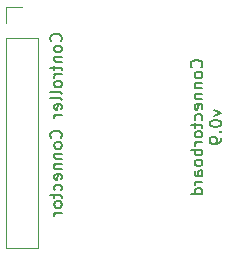
<source format=gbr>
%TF.GenerationSoftware,KiCad,Pcbnew,6.0.10-86aedd382b~118~ubuntu22.04.1*%
%TF.CreationDate,2023-02-07T19:31:44+01:00*%
%TF.ProjectId,connectorBoard,636f6e6e-6563-4746-9f72-426f6172642e,rev?*%
%TF.SameCoordinates,Original*%
%TF.FileFunction,Legend,Bot*%
%TF.FilePolarity,Positive*%
%FSLAX46Y46*%
G04 Gerber Fmt 4.6, Leading zero omitted, Abs format (unit mm)*
G04 Created by KiCad (PCBNEW 6.0.10-86aedd382b~118~ubuntu22.04.1) date 2023-02-07 19:31:44*
%MOMM*%
%LPD*%
G01*
G04 APERTURE LIST*
%ADD10C,0.150000*%
%ADD11C,0.120000*%
%ADD12C,2.200000*%
%ADD13R,1.700000X1.700000*%
%ADD14O,1.700000X1.700000*%
G04 APERTURE END LIST*
D10*
X198688142Y-89924571D02*
X198735761Y-89876952D01*
X198783380Y-89734095D01*
X198783380Y-89638857D01*
X198735761Y-89496000D01*
X198640523Y-89400761D01*
X198545285Y-89353142D01*
X198354809Y-89305523D01*
X198211952Y-89305523D01*
X198021476Y-89353142D01*
X197926238Y-89400761D01*
X197831000Y-89496000D01*
X197783380Y-89638857D01*
X197783380Y-89734095D01*
X197831000Y-89876952D01*
X197878619Y-89924571D01*
X198783380Y-90496000D02*
X198735761Y-90400761D01*
X198688142Y-90353142D01*
X198592904Y-90305523D01*
X198307190Y-90305523D01*
X198211952Y-90353142D01*
X198164333Y-90400761D01*
X198116714Y-90496000D01*
X198116714Y-90638857D01*
X198164333Y-90734095D01*
X198211952Y-90781714D01*
X198307190Y-90829333D01*
X198592904Y-90829333D01*
X198688142Y-90781714D01*
X198735761Y-90734095D01*
X198783380Y-90638857D01*
X198783380Y-90496000D01*
X198116714Y-91257904D02*
X198783380Y-91257904D01*
X198211952Y-91257904D02*
X198164333Y-91305523D01*
X198116714Y-91400761D01*
X198116714Y-91543619D01*
X198164333Y-91638857D01*
X198259571Y-91686476D01*
X198783380Y-91686476D01*
X198116714Y-92162666D02*
X198783380Y-92162666D01*
X198211952Y-92162666D02*
X198164333Y-92210285D01*
X198116714Y-92305523D01*
X198116714Y-92448380D01*
X198164333Y-92543619D01*
X198259571Y-92591238D01*
X198783380Y-92591238D01*
X198735761Y-93448380D02*
X198783380Y-93353142D01*
X198783380Y-93162666D01*
X198735761Y-93067428D01*
X198640523Y-93019809D01*
X198259571Y-93019809D01*
X198164333Y-93067428D01*
X198116714Y-93162666D01*
X198116714Y-93353142D01*
X198164333Y-93448380D01*
X198259571Y-93496000D01*
X198354809Y-93496000D01*
X198450047Y-93019809D01*
X198735761Y-94353142D02*
X198783380Y-94257904D01*
X198783380Y-94067428D01*
X198735761Y-93972190D01*
X198688142Y-93924571D01*
X198592904Y-93876952D01*
X198307190Y-93876952D01*
X198211952Y-93924571D01*
X198164333Y-93972190D01*
X198116714Y-94067428D01*
X198116714Y-94257904D01*
X198164333Y-94353142D01*
X198116714Y-94638857D02*
X198116714Y-95019809D01*
X197783380Y-94781714D02*
X198640523Y-94781714D01*
X198735761Y-94829333D01*
X198783380Y-94924571D01*
X198783380Y-95019809D01*
X198783380Y-95496000D02*
X198735761Y-95400761D01*
X198688142Y-95353142D01*
X198592904Y-95305523D01*
X198307190Y-95305523D01*
X198211952Y-95353142D01*
X198164333Y-95400761D01*
X198116714Y-95496000D01*
X198116714Y-95638857D01*
X198164333Y-95734095D01*
X198211952Y-95781714D01*
X198307190Y-95829333D01*
X198592904Y-95829333D01*
X198688142Y-95781714D01*
X198735761Y-95734095D01*
X198783380Y-95638857D01*
X198783380Y-95496000D01*
X198783380Y-96257904D02*
X198116714Y-96257904D01*
X198307190Y-96257904D02*
X198211952Y-96305523D01*
X198164333Y-96353142D01*
X198116714Y-96448380D01*
X198116714Y-96543619D01*
X198783380Y-96876952D02*
X197783380Y-96876952D01*
X198164333Y-96876952D02*
X198116714Y-96972190D01*
X198116714Y-97162666D01*
X198164333Y-97257904D01*
X198211952Y-97305523D01*
X198307190Y-97353142D01*
X198592904Y-97353142D01*
X198688142Y-97305523D01*
X198735761Y-97257904D01*
X198783380Y-97162666D01*
X198783380Y-96972190D01*
X198735761Y-96876952D01*
X198783380Y-97924571D02*
X198735761Y-97829333D01*
X198688142Y-97781714D01*
X198592904Y-97734095D01*
X198307190Y-97734095D01*
X198211952Y-97781714D01*
X198164333Y-97829333D01*
X198116714Y-97924571D01*
X198116714Y-98067428D01*
X198164333Y-98162666D01*
X198211952Y-98210285D01*
X198307190Y-98257904D01*
X198592904Y-98257904D01*
X198688142Y-98210285D01*
X198735761Y-98162666D01*
X198783380Y-98067428D01*
X198783380Y-97924571D01*
X198783380Y-99115047D02*
X198259571Y-99115047D01*
X198164333Y-99067428D01*
X198116714Y-98972190D01*
X198116714Y-98781714D01*
X198164333Y-98686476D01*
X198735761Y-99115047D02*
X198783380Y-99019809D01*
X198783380Y-98781714D01*
X198735761Y-98686476D01*
X198640523Y-98638857D01*
X198545285Y-98638857D01*
X198450047Y-98686476D01*
X198402428Y-98781714D01*
X198402428Y-99019809D01*
X198354809Y-99115047D01*
X198783380Y-99591238D02*
X198116714Y-99591238D01*
X198307190Y-99591238D02*
X198211952Y-99638857D01*
X198164333Y-99686476D01*
X198116714Y-99781714D01*
X198116714Y-99876952D01*
X198783380Y-100638857D02*
X197783380Y-100638857D01*
X198735761Y-100638857D02*
X198783380Y-100543619D01*
X198783380Y-100353142D01*
X198735761Y-100257904D01*
X198688142Y-100210285D01*
X198592904Y-100162666D01*
X198307190Y-100162666D01*
X198211952Y-100210285D01*
X198164333Y-100257904D01*
X198116714Y-100353142D01*
X198116714Y-100543619D01*
X198164333Y-100638857D01*
X199726714Y-93567428D02*
X200393380Y-93805523D01*
X199726714Y-94043619D01*
X199393380Y-94615047D02*
X199393380Y-94710285D01*
X199441000Y-94805523D01*
X199488619Y-94853142D01*
X199583857Y-94900761D01*
X199774333Y-94948380D01*
X200012428Y-94948380D01*
X200202904Y-94900761D01*
X200298142Y-94853142D01*
X200345761Y-94805523D01*
X200393380Y-94710285D01*
X200393380Y-94615047D01*
X200345761Y-94519809D01*
X200298142Y-94472190D01*
X200202904Y-94424571D01*
X200012428Y-94376952D01*
X199774333Y-94376952D01*
X199583857Y-94424571D01*
X199488619Y-94472190D01*
X199441000Y-94519809D01*
X199393380Y-94615047D01*
X200298142Y-95376952D02*
X200345761Y-95424571D01*
X200393380Y-95376952D01*
X200345761Y-95329333D01*
X200298142Y-95376952D01*
X200393380Y-95376952D01*
X200393380Y-95900761D02*
X200393380Y-96091238D01*
X200345761Y-96186476D01*
X200298142Y-96234095D01*
X200155285Y-96329333D01*
X199964809Y-96376952D01*
X199583857Y-96376952D01*
X199488619Y-96329333D01*
X199441000Y-96281714D01*
X199393380Y-96186476D01*
X199393380Y-95996000D01*
X199441000Y-95900761D01*
X199488619Y-95853142D01*
X199583857Y-95805523D01*
X199821952Y-95805523D01*
X199917190Y-95853142D01*
X199964809Y-95900761D01*
X200012428Y-95996000D01*
X200012428Y-96186476D01*
X199964809Y-96281714D01*
X199917190Y-96329333D01*
X199821952Y-96376952D01*
X186793142Y-87694380D02*
X186840761Y-87646761D01*
X186888380Y-87503904D01*
X186888380Y-87408666D01*
X186840761Y-87265809D01*
X186745523Y-87170571D01*
X186650285Y-87122952D01*
X186459809Y-87075333D01*
X186316952Y-87075333D01*
X186126476Y-87122952D01*
X186031238Y-87170571D01*
X185936000Y-87265809D01*
X185888380Y-87408666D01*
X185888380Y-87503904D01*
X185936000Y-87646761D01*
X185983619Y-87694380D01*
X186888380Y-88265809D02*
X186840761Y-88170571D01*
X186793142Y-88122952D01*
X186697904Y-88075333D01*
X186412190Y-88075333D01*
X186316952Y-88122952D01*
X186269333Y-88170571D01*
X186221714Y-88265809D01*
X186221714Y-88408666D01*
X186269333Y-88503904D01*
X186316952Y-88551523D01*
X186412190Y-88599142D01*
X186697904Y-88599142D01*
X186793142Y-88551523D01*
X186840761Y-88503904D01*
X186888380Y-88408666D01*
X186888380Y-88265809D01*
X186221714Y-89027714D02*
X186888380Y-89027714D01*
X186316952Y-89027714D02*
X186269333Y-89075333D01*
X186221714Y-89170571D01*
X186221714Y-89313428D01*
X186269333Y-89408666D01*
X186364571Y-89456285D01*
X186888380Y-89456285D01*
X186221714Y-89789619D02*
X186221714Y-90170571D01*
X185888380Y-89932476D02*
X186745523Y-89932476D01*
X186840761Y-89980095D01*
X186888380Y-90075333D01*
X186888380Y-90170571D01*
X186888380Y-90503904D02*
X186221714Y-90503904D01*
X186412190Y-90503904D02*
X186316952Y-90551523D01*
X186269333Y-90599142D01*
X186221714Y-90694380D01*
X186221714Y-90789619D01*
X186888380Y-91265809D02*
X186840761Y-91170571D01*
X186793142Y-91122952D01*
X186697904Y-91075333D01*
X186412190Y-91075333D01*
X186316952Y-91122952D01*
X186269333Y-91170571D01*
X186221714Y-91265809D01*
X186221714Y-91408666D01*
X186269333Y-91503904D01*
X186316952Y-91551523D01*
X186412190Y-91599142D01*
X186697904Y-91599142D01*
X186793142Y-91551523D01*
X186840761Y-91503904D01*
X186888380Y-91408666D01*
X186888380Y-91265809D01*
X186888380Y-92170571D02*
X186840761Y-92075333D01*
X186745523Y-92027714D01*
X185888380Y-92027714D01*
X186888380Y-92694380D02*
X186840761Y-92599142D01*
X186745523Y-92551523D01*
X185888380Y-92551523D01*
X186840761Y-93456285D02*
X186888380Y-93361047D01*
X186888380Y-93170571D01*
X186840761Y-93075333D01*
X186745523Y-93027714D01*
X186364571Y-93027714D01*
X186269333Y-93075333D01*
X186221714Y-93170571D01*
X186221714Y-93361047D01*
X186269333Y-93456285D01*
X186364571Y-93503904D01*
X186459809Y-93503904D01*
X186555047Y-93027714D01*
X186888380Y-93932476D02*
X186221714Y-93932476D01*
X186412190Y-93932476D02*
X186316952Y-93980095D01*
X186269333Y-94027714D01*
X186221714Y-94122952D01*
X186221714Y-94218190D01*
X186793142Y-95884857D02*
X186840761Y-95837238D01*
X186888380Y-95694380D01*
X186888380Y-95599142D01*
X186840761Y-95456285D01*
X186745523Y-95361047D01*
X186650285Y-95313428D01*
X186459809Y-95265809D01*
X186316952Y-95265809D01*
X186126476Y-95313428D01*
X186031238Y-95361047D01*
X185936000Y-95456285D01*
X185888380Y-95599142D01*
X185888380Y-95694380D01*
X185936000Y-95837238D01*
X185983619Y-95884857D01*
X186888380Y-96456285D02*
X186840761Y-96361047D01*
X186793142Y-96313428D01*
X186697904Y-96265809D01*
X186412190Y-96265809D01*
X186316952Y-96313428D01*
X186269333Y-96361047D01*
X186221714Y-96456285D01*
X186221714Y-96599142D01*
X186269333Y-96694380D01*
X186316952Y-96742000D01*
X186412190Y-96789619D01*
X186697904Y-96789619D01*
X186793142Y-96742000D01*
X186840761Y-96694380D01*
X186888380Y-96599142D01*
X186888380Y-96456285D01*
X186221714Y-97218190D02*
X186888380Y-97218190D01*
X186316952Y-97218190D02*
X186269333Y-97265809D01*
X186221714Y-97361047D01*
X186221714Y-97503904D01*
X186269333Y-97599142D01*
X186364571Y-97646761D01*
X186888380Y-97646761D01*
X186221714Y-98122952D02*
X186888380Y-98122952D01*
X186316952Y-98122952D02*
X186269333Y-98170571D01*
X186221714Y-98265809D01*
X186221714Y-98408666D01*
X186269333Y-98503904D01*
X186364571Y-98551523D01*
X186888380Y-98551523D01*
X186840761Y-99408666D02*
X186888380Y-99313428D01*
X186888380Y-99122952D01*
X186840761Y-99027714D01*
X186745523Y-98980095D01*
X186364571Y-98980095D01*
X186269333Y-99027714D01*
X186221714Y-99122952D01*
X186221714Y-99313428D01*
X186269333Y-99408666D01*
X186364571Y-99456285D01*
X186459809Y-99456285D01*
X186555047Y-98980095D01*
X186840761Y-100313428D02*
X186888380Y-100218190D01*
X186888380Y-100027714D01*
X186840761Y-99932476D01*
X186793142Y-99884857D01*
X186697904Y-99837238D01*
X186412190Y-99837238D01*
X186316952Y-99884857D01*
X186269333Y-99932476D01*
X186221714Y-100027714D01*
X186221714Y-100218190D01*
X186269333Y-100313428D01*
X186221714Y-100599142D02*
X186221714Y-100980095D01*
X185888380Y-100742000D02*
X186745523Y-100742000D01*
X186840761Y-100789619D01*
X186888380Y-100884857D01*
X186888380Y-100980095D01*
X186888380Y-101456285D02*
X186840761Y-101361047D01*
X186793142Y-101313428D01*
X186697904Y-101265809D01*
X186412190Y-101265809D01*
X186316952Y-101313428D01*
X186269333Y-101361047D01*
X186221714Y-101456285D01*
X186221714Y-101599142D01*
X186269333Y-101694380D01*
X186316952Y-101742000D01*
X186412190Y-101789619D01*
X186697904Y-101789619D01*
X186793142Y-101742000D01*
X186840761Y-101694380D01*
X186888380Y-101599142D01*
X186888380Y-101456285D01*
X186888380Y-102218190D02*
X186221714Y-102218190D01*
X186412190Y-102218190D02*
X186316952Y-102265809D01*
X186269333Y-102313428D01*
X186221714Y-102408666D01*
X186221714Y-102503904D01*
D11*
%TO.C,J1*%
X184820000Y-87391000D02*
X182160000Y-87391000D01*
X184820000Y-87391000D02*
X184820000Y-105231000D01*
X184820000Y-105231000D02*
X182160000Y-105231000D01*
X182160000Y-84791000D02*
X182160000Y-86121000D01*
X183490000Y-84791000D02*
X182160000Y-84791000D01*
X182160000Y-87391000D02*
X182160000Y-105231000D01*
%TD*%
%LPC*%
D12*
%TO.C,H2*%
X191389000Y-83312000D03*
%TD*%
%TO.C,H1*%
X191389000Y-106680000D03*
%TD*%
D13*
%TO.C,J1*%
X183490000Y-86121000D03*
D14*
X183490000Y-88661000D03*
X183490000Y-91201000D03*
X183490000Y-93741000D03*
X183490000Y-96281000D03*
X183490000Y-98821000D03*
X183490000Y-101361000D03*
X183490000Y-103901000D03*
%TD*%
M02*

</source>
